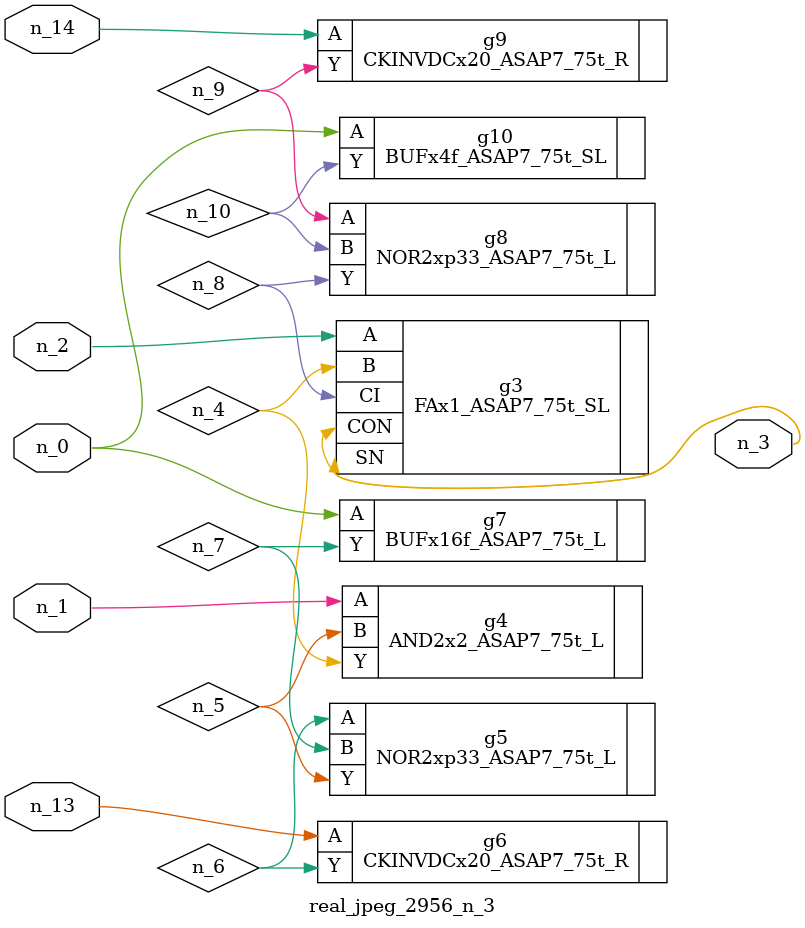
<source format=v>
module real_jpeg_2956_n_3 (n_0, n_1, n_14, n_2, n_13, n_3);

input n_0;
input n_1;
input n_14;
input n_2;
input n_13;

output n_3;

wire n_5;
wire n_4;
wire n_8;
wire n_6;
wire n_7;
wire n_10;
wire n_9;

BUFx16f_ASAP7_75t_L g7 ( 
.A(n_0),
.Y(n_7)
);

BUFx4f_ASAP7_75t_SL g10 ( 
.A(n_0),
.Y(n_10)
);

AND2x2_ASAP7_75t_L g4 ( 
.A(n_1),
.B(n_5),
.Y(n_4)
);

FAx1_ASAP7_75t_SL g3 ( 
.A(n_2),
.B(n_4),
.CI(n_8),
.CON(n_3),
.SN(n_3)
);

NOR2xp33_ASAP7_75t_L g5 ( 
.A(n_6),
.B(n_7),
.Y(n_5)
);

NOR2xp33_ASAP7_75t_L g8 ( 
.A(n_9),
.B(n_10),
.Y(n_8)
);

CKINVDCx20_ASAP7_75t_R g6 ( 
.A(n_13),
.Y(n_6)
);

CKINVDCx20_ASAP7_75t_R g9 ( 
.A(n_14),
.Y(n_9)
);


endmodule
</source>
